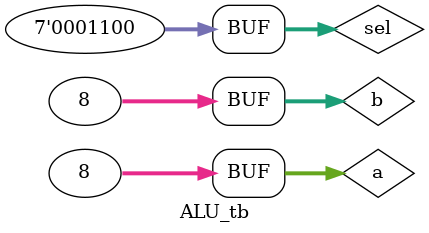
<source format=v>
module ALU(control,input1,input2,out);
input [6:0] control;
input [31:0] input1;
input [31:0] input2;
output [31:0] out;

wire [31:0] mux_input1,mux_input2,mux_input3,mux_input4,mux_input5,mux_input6,mux_input7,mux_input8,mux_input9,mux_input10,mux_input11,mux_input12,mux_input13,mux_input14,mux_input15,mux_input16;

nbitadder adder(input1,input2,mux_input1);
nbitsubtractor subtrator(input1,input2,mux_input2);
nbitxor xorgate(input1,input2,mux_input3);
nbitor orgate(input1,input2,mux_input4);
nbitand andgate(input1,input2,mux_input5);

MUX16_1_32 mux(mux_input1,mux_input2,mux_input3,mux_input4,mux_input5,mux_input6,mux_input7,mux_input8,mux_input9,mux_input10,mux_input11,mux_input12,mux_input13,mux_input14,mux_input15,mux_input16,out,control[3:0]);

endmodule

module ALU_tb();
    reg [31:0]a,b;
    reg [6:0] sel;
    wire [31:0]c;
    ALU alu(sel,a,b,c);
    
    initial 
        begin
            $monitor("a=%b,b=%b,sel=%b,c=%b",a,b,sel,c);
            a=32'b0100;b=32'b0100;sel=7'b01;
        #100    a=32'b0100;b=32'b0100;sel=7'b00;
        #100    a=32'b0100;b=32'b0100;sel=7'b10;
        #100    a=32'b1000;b=32'b0100;sel=7'b11;
         #100    a=32'b1000;b=32'b1000;sel=7'b1100;

        end
endmodule
</source>
